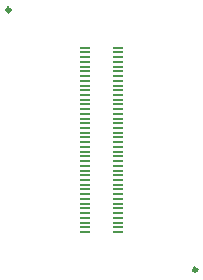
<source format=gtp>
G04*
G04 #@! TF.GenerationSoftware,Altium Limited,Altium Designer,21.7.2 (23)*
G04*
G04 Layer_Color=8421504*
%FSAX44Y44*%
%MOMM*%
G71*
G04*
G04 #@! TF.SameCoordinates,CF3CE134-0CDD-455B-BED0-1871B7D76FAE*
G04*
G04*
G04 #@! TF.FilePolarity,Positive*
G04*
G01*
G75*
%ADD13C,0.3000*%
%ADD14R,0.9500X0.2000*%
D13*
X00912250Y00368500D02*
G03*
X00912250Y00368500I-00001500J00000000D01*
G01*
X00754250Y00588500D02*
G03*
X00754250Y00588500I-00001500J00000000D01*
G01*
D14*
X00817600Y00552500D02*
D03*
X00845900Y00556500D02*
D03*
Y00552500D02*
D03*
X00817600Y00556500D02*
D03*
X00845900Y00548500D02*
D03*
X00817600D02*
D03*
X00845900Y00544500D02*
D03*
X00817600D02*
D03*
X00845900Y00540500D02*
D03*
X00817600D02*
D03*
Y00524500D02*
D03*
X00845900D02*
D03*
X00817600Y00528500D02*
D03*
X00845900D02*
D03*
X00817600Y00532500D02*
D03*
X00845900D02*
D03*
Y00536500D02*
D03*
X00817600D02*
D03*
Y00508500D02*
D03*
X00845900D02*
D03*
X00817600Y00512500D02*
D03*
X00845900D02*
D03*
X00817600Y00516500D02*
D03*
X00845900D02*
D03*
Y00520500D02*
D03*
X00817600D02*
D03*
Y00492500D02*
D03*
X00845900D02*
D03*
X00817600Y00496500D02*
D03*
X00845900D02*
D03*
X00817600Y00500500D02*
D03*
X00845900D02*
D03*
Y00504500D02*
D03*
X00817600D02*
D03*
Y00476500D02*
D03*
X00845900D02*
D03*
X00817600Y00480500D02*
D03*
X00845900D02*
D03*
X00817600Y00484500D02*
D03*
X00845900D02*
D03*
Y00488500D02*
D03*
X00817600D02*
D03*
Y00460500D02*
D03*
X00845900D02*
D03*
X00817600Y00464500D02*
D03*
X00845900D02*
D03*
X00817600Y00468500D02*
D03*
X00845900D02*
D03*
Y00472500D02*
D03*
X00817600D02*
D03*
Y00444500D02*
D03*
X00845900D02*
D03*
X00817600Y00448500D02*
D03*
X00845900D02*
D03*
X00817600Y00452500D02*
D03*
X00845900D02*
D03*
Y00456500D02*
D03*
X00817600D02*
D03*
Y00428500D02*
D03*
X00845900D02*
D03*
X00817600Y00432500D02*
D03*
X00845900D02*
D03*
X00817600Y00436500D02*
D03*
X00845900D02*
D03*
Y00440500D02*
D03*
X00817600D02*
D03*
Y00412500D02*
D03*
Y00408500D02*
D03*
Y00404500D02*
D03*
Y00400500D02*
D03*
Y00424500D02*
D03*
Y00420500D02*
D03*
Y00416500D02*
D03*
X00845900Y00412500D02*
D03*
Y00408500D02*
D03*
Y00404500D02*
D03*
Y00400500D02*
D03*
Y00424500D02*
D03*
Y00420500D02*
D03*
Y00416500D02*
D03*
M02*

</source>
